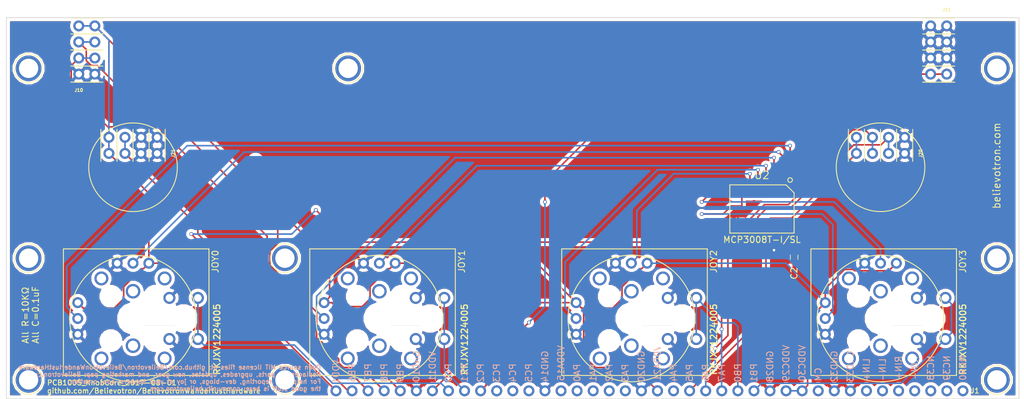
<source format=kicad_pcb>
(kicad_pcb (version 4) (host pcbnew 4.0.4-stable)
  (layers (0 F.Cu signal) (31 B.Cu signal) (34 B.Paste user) (35 F.Paste user) (36 B.SilkS user hide) (37 F.SilkS user) (38 B.Mask user) (39 F.Mask user) (44 Edge.Cuts user))
  (net 0 "")
  (net 1 GND)
  (net 2 +3V3)
  (net 3 /VOLUME)
  (net 4 /I2C_SCL)
  (net 5 /I2C_SDA)
  (net 6 /SPI_CLK)
  (net 7 /SPI_MISO)
  (net 8 /SPI_MOSI)
  (net 9 "Net-(J1-Pad31)")
  (net 10 "Net-(J1-Pad34)")
  (net 11 "Net-(J1-Pad35)")
  (net 12 "Net-(J1-Pad36)")
  (net 13 "Net-(J1-Pad37)")
  (net 14 "Net-(J1-Pad38)")
  (net 15 "Net-(J1-Pad39)")
  (net 16 "Net-(J1-Pad40)")
  (net 17 /CS_8_15)
  (net 18 /CS_0_7)
  (net 19 "Net-(J1-Pad13)")
  (net 20 "Net-(J1-Pad18)")
  (net 21 "Net-(J1-Pad19)")
  (net 22 "Net-(J1-Pad22)")
  (net 23 /!OLED_RESET)
  (net 24 /JOY_0_SW)
  (net 25 /JOY_1_SW)
  (net 26 /JOY_2_SW)
  (net 27 /JOY_3_SW)
  (net 28 /JOY_0_0)
  (net 29 /JOY_0_1)
  (net 30 /JOY_1_0)
  (net 31 /JOY_1_1)
  (net 32 /JOY_2_0)
  (net 33 /JOY_2_1)
  (net 34 /JOY_3_0)
  (net 35 /JOY_3_1)
  (net 36 "Net-(J1-Pad16)")
  (net 37 "Net-(J1-Pad11)")
  (net 38 "Net-(J1-Pad12)")
  (net 39 "Net-(J1-Pad15)")
  (module Connect:1pin (layer F.Cu) (at 3.5 -52.22)
    (fp_text reference REF** hide)
    (fp_text value 1pin)
    (pad 1 thru_hole circle (at 0 0) (size 4.064 4.064) (drill 3.048) (layers *.Cu *.Mask))
  )
  (module Connect:1pin (layer F.Cu) (at 156.5 -3)
    (fp_text reference REF** hide)
    (fp_text value 1pin)
    (pad 1 thru_hole circle (at 0 0) (size 4.064 4.064) (drill 3.048) (layers *.Cu *.Mask))
  )
  (module Connect:1pin (layer F.Cu) (at 44 -3)
    (fp_text reference REF** hide)
    (fp_text value 1pin)
    (pad 1 thru_hole circle (at 0 0) (size 4.064 4.064) (drill 3.048) (layers *.Cu *.Mask))
  )
  (module Connect:1pin (layer F.Cu) (at 3.5 -3)
    (fp_text reference REF** hide)
    (fp_text value 1pin)
    (pad 1 thru_hole circle (at 0 0) (size 4.064 4.064) (drill 3.048) (layers *.Cu *.Mask))
  )
  (module Liberry:Axoloti-40x1_slim (layer F.Cu) (at 52.07 -1.27)
    (fp_text reference J1 (at 100.965 0) (layer F.SilkS) (effects (font (size 0.8 0.8))))
    (fp_text value Axoloti_40Pin)
    (fp_text user NC40 (at 99.06 -3.604 270) (layer B.SilkS) (effects (justify mirror)))
    (fp_text user NC39 (at 96.52 -3.604 270) (layer B.SilkS) (effects (justify mirror)))
    (fp_text user NC38 (at 93.98 -3.604 270) (layer B.SilkS) (effects (justify mirror)))
    (fp_text user RIN- (at 91.44 -3.604 270) (layer B.SilkS) (effects (justify mirror)))
    (fp_text user RIN+ (at 88.9 -3.604 270) (layer B.SilkS) (effects (justify mirror)))
    (fp_text user LIN- (at 86.36 -3.35 270) (layer B.SilkS) (effects (justify mirror)))
    (fp_text user LIN+ (at 83.82 -3.35 270) (layer B.SilkS) (effects (justify mirror)))
    (fp_text user GND33 (at 81.28 -3.858 270) (layer B.SilkS) (effects (justify mirror)))
    (fp_text user GND32 (at 78.74 -3.858 270) (layer B.SilkS) (effects (justify mirror)))
    (fp_text user CM (at 76.2 -2.588 270) (layer B.SilkS) (effects (justify mirror)))
    (fp_text user VDDC30 (at 73.66 -4.366 270) (layer B.SilkS) (effects (justify mirror)))
    (fp_text user VDDC29 (at 71.12 -4.366 270) (layer B.SilkS) (effects (justify mirror)))
    (fp_text user GND28 (at 68.58 -3.858 270) (layer B.SilkS) (effects (justify mirror)))
    (fp_text user PB1 (at 66.04 -2.842 270) (layer B.SilkS) (effects (justify mirror)))
    (fp_text user PB0 (at 63.5 -2.842 270) (layer B.SilkS) (effects (justify mirror)))
    (fp_text user PA7 (at 60.96 -2.842 270) (layer B.SilkS) (effects (justify mirror)))
    (fp_text user PA6 (at 58.42 -2.842 270) (layer B.SilkS) (effects (justify mirror)))
    (fp_text user PA5 (at 55.88 -2.842 270) (layer B.SilkS) (effects (justify mirror)))
    (fp_text user PA4 (at 53.34 -2.842 270) (layer B.SilkS) (effects (justify mirror)))
    (fp_text user VDDA21 (at 50.8 -4.366 270) (layer B.SilkS) (effects (justify mirror)))
    (fp_text user GND20 (at 48.26 -3.858 270) (layer B.SilkS) (effects (justify mirror)))
    (fp_text user PA3 (at 45.72 -2.842 270) (layer B.SilkS) (effects (justify mirror)))
    (fp_text user PA2 (at 43.18 -2.842 270) (layer B.SilkS) (effects (justify mirror)))
    (fp_text user PA1 (at 40.64 -2.842 270) (layer B.SilkS) (effects (justify mirror)))
    (fp_text user PA0 (at 38.1 -2.842 270) (layer B.SilkS) (effects (justify mirror)))
    (fp_text user VDDA15 (at 35.56 -4.366 270) (layer B.SilkS) (effects (justify mirror)))
    (fp_text user GND14 (at 33.02 -3.858 270) (layer B.SilkS) (effects (justify mirror)))
    (fp_text user PC5 (at 30.48 -2.842 270) (layer B.SilkS) (effects (justify mirror)))
    (fp_text user PC4 (at 27.94 -2.842 270) (layer B.SilkS) (effects (justify mirror)))
    (fp_text user PC3 (at 25.4 -2.842 270) (layer B.SilkS) (effects (justify mirror)))
    (fp_text user PC2 (at 22.86 -2.842 270) (layer B.SilkS) (effects (justify mirror)))
    (fp_text user PC1 (at 20.32 -2.842 270) (layer B.SilkS) (effects (justify mirror)))
    (fp_text user PC0 (at 17.78 -2.842 270) (layer B.SilkS) (effects (justify mirror)))
    (fp_text user VDD11 (at 15.24 -3.858 270) (layer B.SilkS) (effects (justify mirror)))
    (fp_text user GND10 (at 12.7 -3.858 270) (layer B.SilkS) (effects (justify mirror)))
    (fp_text user PB9 (at 10.16 -2.842 270) (layer B.SilkS) (effects (justify mirror)))
    (fp_text user PB8 (at 7.62 -2.842 270) (layer B.SilkS) (effects (justify mirror)))
    (fp_text user PB7 (at 5.08 -2.842 270) (layer B.SilkS) (effects (justify mirror)))
    (fp_text user PB6 (at 2.54 -2.842 270) (layer B.SilkS) (effects (justify mirror)))
    (fp_text user VDD1 (at 0 -3 270) (layer B.SilkS) (effects (justify mirror)))
    (pad 11 thru_hole circle (at 25.4 0) (size 1.7272 1.7272) (drill 1.016) (layers *.Cu *.Mask) (net 37 "Net-(J1-Pad11)"))
    (pad 21 thru_hole circle (at 50.8 0) (size 1.7272 1.7272) (drill 1.016) (layers *.Cu *.Mask) (net 2 +3V3))
    (pad 4 thru_hole circle (at 7.62 0) (size 1.7272 1.7272) (drill 1.016) (layers *.Cu *.Mask) (net 4 /I2C_SCL))
    (pad 1 thru_hole circle (at 0 0) (size 1.7272 1.7272) (drill 1.016) (layers *.Cu *.Mask) (net 2 +3V3))
    (pad 2 thru_hole circle (at 2.54 0) (size 1.7272 1.7272) (drill 1.016) (layers *.Cu *.Mask) (net 17 /CS_8_15))
    (pad 3 thru_hole circle (at 5.08 0) (size 1.7272 1.7272) (drill 1.016) (layers *.Cu *.Mask) (net 18 /CS_0_7))
    (pad 5 thru_hole circle (at 10.16 0) (size 1.7272 1.7272) (drill 1.016) (layers *.Cu *.Mask) (net 5 /I2C_SDA))
    (pad 9 thru_hole circle (at 20.32 0) (size 1.7272 1.7272) (drill 1.016) (layers *.Cu *.Mask) (net 25 /JOY_1_SW))
    (pad 6 thru_hole circle (at 12.7 0) (size 1.7272 1.7272) (drill 1.016) (layers *.Cu *.Mask) (net 1 GND))
    (pad 7 thru_hole circle (at 15.24 0) (size 1.7272 1.7272) (drill 1.016) (layers *.Cu *.Mask) (net 2 +3V3))
    (pad 8 thru_hole circle (at 17.78 0) (size 1.7272 1.7272) (drill 1.016) (layers *.Cu *.Mask) (net 24 /JOY_0_SW))
    (pad 10 thru_hole circle (at 22.86 0) (size 1.7272 1.7272) (drill 1.016) (layers *.Cu *.Mask) (net 23 /!OLED_RESET))
    (pad 14 thru_hole circle (at 33.02 0) (size 1.7272 1.7272) (drill 1.016) (layers *.Cu *.Mask) (net 1 GND))
    (pad 11 thru_hole circle (at 25.4 0) (size 1.7272 1.7272) (drill 1.016) (layers *.Cu *.Mask) (net 37 "Net-(J1-Pad11)"))
    (pad 12 thru_hole circle (at 27.94 0) (size 1.7272 1.7272) (drill 1.016) (layers *.Cu *.Mask) (net 38 "Net-(J1-Pad12)"))
    (pad 13 thru_hole circle (at 30.48 0) (size 1.7272 1.7272) (drill 1.016) (layers *.Cu *.Mask) (net 19 "Net-(J1-Pad13)"))
    (pad 15 thru_hole circle (at 35.56 0) (size 1.7272 1.7272) (drill 1.016) (layers *.Cu *.Mask) (net 39 "Net-(J1-Pad15)"))
    (pad 19 thru_hole circle (at 45.72 0) (size 1.7272 1.7272) (drill 1.016) (layers *.Cu *.Mask) (net 21 "Net-(J1-Pad19)"))
    (pad 16 thru_hole circle (at 38.1 0) (size 1.7272 1.7272) (drill 1.016) (layers *.Cu *.Mask) (net 36 "Net-(J1-Pad16)"))
    (pad 17 thru_hole circle (at 40.64 0) (size 1.7272 1.7272) (drill 1.016) (layers *.Cu *.Mask) (net 3 /VOLUME))
    (pad 18 thru_hole circle (at 43.18 0) (size 1.7272 1.7272) (drill 1.016) (layers *.Cu *.Mask) (net 20 "Net-(J1-Pad18)"))
    (pad 20 thru_hole circle (at 48.26 0) (size 1.7272 1.7272) (drill 1.016) (layers *.Cu *.Mask) (net 1 GND))
    (pad 24 thru_hole circle (at 58.42 0) (size 1.7272 1.7272) (drill 1.016) (layers *.Cu *.Mask) (net 7 /SPI_MISO))
    (pad 21 thru_hole circle (at 50.8 0) (size 1.7272 1.7272) (drill 1.016) (layers *.Cu *.Mask) (net 2 +3V3))
    (pad 22 thru_hole circle (at 53.34 0) (size 1.7272 1.7272) (drill 1.016) (layers *.Cu *.Mask) (net 22 "Net-(J1-Pad22)"))
    (pad 23 thru_hole circle (at 55.88 0) (size 1.7272 1.7272) (drill 1.016) (layers *.Cu *.Mask) (net 6 /SPI_CLK))
    (pad 25 thru_hole circle (at 60.96 0) (size 1.7272 1.7272) (drill 1.016) (layers *.Cu *.Mask) (net 8 /SPI_MOSI))
    (pad 29 thru_hole circle (at 71.12 0) (size 1.7272 1.7272) (drill 1.016) (layers *.Cu *.Mask) (net 2 +3V3))
    (pad 26 thru_hole circle (at 63.5 0) (size 1.7272 1.7272) (drill 1.016) (layers *.Cu *.Mask) (net 26 /JOY_2_SW))
    (pad 27 thru_hole circle (at 66.04 0) (size 1.7272 1.7272) (drill 1.016) (layers *.Cu *.Mask) (net 27 /JOY_3_SW))
    (pad 28 thru_hole circle (at 68.58 0) (size 1.7272 1.7272) (drill 1.016) (layers *.Cu *.Mask) (net 1 GND))
    (pad 30 thru_hole circle (at 73.66 0) (size 1.7272 1.7272) (drill 1.016) (layers *.Cu *.Mask) (net 2 +3V3))
    (pad 34 thru_hole circle (at 83.82 0) (size 1.7272 1.7272) (drill 1.016) (layers *.Cu *.Mask) (net 10 "Net-(J1-Pad34)"))
    (pad 31 thru_hole circle (at 76.2 0) (size 1.7272 1.7272) (drill 1.016) (layers *.Cu *.Mask) (net 9 "Net-(J1-Pad31)"))
    (pad 32 thru_hole circle (at 78.74 0) (size 1.7272 1.7272) (drill 1.016) (layers *.Cu *.Mask) (net 1 GND))
    (pad 33 thru_hole circle (at 81.28 0) (size 1.7272 1.7272) (drill 1.016) (layers *.Cu *.Mask) (net 1 GND))
    (pad 35 thru_hole circle (at 86.36 0) (size 1.7272 1.7272) (drill 1.016) (layers *.Cu *.Mask) (net 11 "Net-(J1-Pad35)"))
    (pad 39 thru_hole circle (at 96.52 0) (size 1.7272 1.7272) (drill 1.016) (layers *.Cu *.Mask) (net 15 "Net-(J1-Pad39)"))
    (pad 36 thru_hole circle (at 88.9 0) (size 1.7272 1.7272) (drill 1.016) (layers *.Cu *.Mask) (net 12 "Net-(J1-Pad36)"))
    (pad 37 thru_hole circle (at 91.44 0) (size 1.7272 1.7272) (drill 1.016) (layers *.Cu *.Mask) (net 13 "Net-(J1-Pad37)"))
    (pad 38 thru_hole circle (at 93.98 0) (size 1.7272 1.7272) (drill 1.016) (layers *.Cu *.Mask) (net 14 "Net-(J1-Pad38)"))
    (pad 40 thru_hole circle (at 99.06 0) (size 1.7272 1.7272) (drill 1.016) (layers *.Cu *.Mask) (net 16 "Net-(J1-Pad40)"))
  )
  (module Capacitors_SMD:C_0603 (layer F.Cu) (at 124.46 -22.38 270)
    (fp_text reference C2 (at 2.54 0 270) (layer F.SilkS))
    (fp_text value 0.1u)
    (pad 1 smd rect (at -0.75 0 270) (size 0.8 0.75) (layers F.Cu F.Paste F.Mask) (net 2 +3V3))
    (pad 2 smd rect (at 0.75 0 270) (size 0.8 0.75) (layers F.Cu F.Paste F.Mask) (net 1 GND))
  )
  (module Liberry:SOIC-16 (layer F.Cu) (at 119.38 -30 180)
    (fp_text reference U2 (at 0 5.334 360) (layer F.SilkS) (effects (font (size 1.2 1.2))))
    (fp_text value MCP3008T-I/SL)
    (pad 16 smd rect (at -4.445 -2.6 180) (size 0.6 1.5) (layers F.Cu F.Paste F.Mask) (net 2 +3V3))
    (pad 1 smd rect (at -4.445 2.6 180) (size 0.6 1.5) (layers F.Cu F.Paste F.Mask) (net 28 /JOY_0_0))
    (pad 15 smd rect (at -3.175 -2.6 180) (size 0.6 1.5) (layers F.Cu F.Paste F.Mask) (net 2 +3V3))
    (pad 2 smd rect (at -3.175 2.6 180) (size 0.6 1.5) (layers F.Cu F.Paste F.Mask) (net 29 /JOY_0_1))
    (pad 14 smd rect (at -1.905 -2.6 180) (size 0.6 1.5) (layers F.Cu F.Paste F.Mask) (net 1 GND))
    (pad 3 smd rect (at -1.905 2.6 180) (size 0.6 1.5) (layers F.Cu F.Paste F.Mask) (net 30 /JOY_1_0))
    (pad 13 smd rect (at -0.635 -2.6 180) (size 0.6 1.5) (layers F.Cu F.Paste F.Mask) (net 6 /SPI_CLK))
    (pad 4 smd rect (at -0.635 2.6 180) (size 0.6 1.5) (layers F.Cu F.Paste F.Mask) (net 31 /JOY_1_1))
    (pad 12 smd rect (at 0.635 -2.6 180) (size 0.6 1.5) (layers F.Cu F.Paste F.Mask) (net 7 /SPI_MISO))
    (pad 5 smd rect (at 0.635 2.6 180) (size 0.6 1.5) (layers F.Cu F.Paste F.Mask) (net 32 /JOY_2_0))
    (pad 11 smd rect (at 1.905 -2.6 180) (size 0.6 1.5) (layers F.Cu F.Paste F.Mask) (net 8 /SPI_MOSI))
    (pad 6 smd rect (at 1.905 2.6 180) (size 0.6 1.5) (layers F.Cu F.Paste F.Mask) (net 33 /JOY_2_1))
    (pad 10 smd rect (at 3.175 -2.6 180) (size 0.6 1.5) (layers F.Cu F.Paste F.Mask) (net 17 /CS_8_15))
    (pad 7 smd rect (at 3.175 2.6 180) (size 0.6 1.5) (layers F.Cu F.Paste F.Mask) (net 34 /JOY_3_0))
    (pad 9 smd rect (at 4.445 -2.6 180) (size 0.6 1.5) (layers F.Cu F.Paste F.Mask) (net 1 GND))
    (pad 8 smd rect (at 4.445 2.6 180) (size 0.6 1.5) (layers F.Cu F.Paste F.Mask) (net 35 /JOY_3_1))
  )
  (module Connect:1pin (layer F.Cu) (at 3.5 -22.22)
    (fp_text reference REF** hide)
    (fp_text value 1pin)
    (pad 1 thru_hole circle (at 0 0) (size 4.064 4.064) (drill 3.048) (layers *.Cu *.Mask))
  )
  (module Fiducials:Fiducial_1mm_Dia_2.54mm_Outer_CopperTop (layer F.Cu) (at 39.37 -37.62)
    (fp_text reference REF** hide)
    (fp_text value Fiducial_1mm_Dia_2.54mm_Outer_CopperTop)
    (pad ~ smd circle (at 0 0) (size 1 1) (layers F.Cu F.Mask) (clearance 0.77))
  )
  (module Fiducials:Fiducial_1mm_Dia_2.54mm_Outer_CopperBottom (layer B.Cu) (at 157.48 -17.3)
    (fp_text reference REF** hide)
    (fp_text value Fiducial_1mm_Dia_2.54mm_Outer_CopperBottom)
    (pad ~ smd circle (at 0 0) (size 1 1) (layers F.Cu F.Mask) (clearance 0.77))
  )
  (module Connect:1pin (layer F.Cu) (at 156.5 -22.22)
    (fp_text reference REF** hide)
    (fp_text value 1pin)
    (pad 1 thru_hole circle (at 0 0) (size 4.064 4.064) (drill 3.048) (layers *.Cu *.Mask))
  )
  (module Connect:1pin (layer F.Cu) (at 156.5 -52.22)
    (fp_text reference REF** hide)
    (fp_text value 1pin)
    (pad 1 thru_hole circle (at 0 0) (size 4.064 4.064) (drill 3.048) (layers *.Cu *.Mask))
  )
  (module Fiducials:Fiducial_1mm_Dia_2.54mm_Outer_CopperBottom (layer B.Cu) (at 157.48 -57.94)
    (fp_text reference REF** hide)
    (fp_text value Fiducial_1mm_Dia_2.54mm_Outer_CopperBottom)
    (pad ~ smd circle (at 0 0) (size 1 1) (layers F.Cu F.Mask) (clearance 0.77))
  )
  (module Connect:1pin (layer F.Cu) (at 54 -52.22)
    (fp_text reference REF** hide)
    (fp_text value 1pin)
    (pad 1 thru_hole circle (at 0 0) (size 4.064 4.064) (drill 3.048) (layers *.Cu *.Mask))
  )
  (module Connect:1pin (layer F.Cu) (at 44 -22.22)
    (fp_text reference REF** hide)
    (fp_text value 1pin)
    (pad 1 thru_hole circle (at 0 0) (size 4.064 4.064) (drill 3.048) (layers *.Cu *.Mask))
  )
  (module Liberry:JOY_ALPS_RKJXV1224005 (layer F.Cu) (at 98.7425 -12.7 90)
    (fp_text reference JOY2 (at 9 13 90) (layer F.SilkS))
    (fp_text value XYJOY_Alps)
    (pad "" np_thru_hole circle (at 0 0 90) (size 4 4) (drill 4) (layers *.Cu *.Mask))
    (pad "" np_thru_hole circle (at 3.5 -3.5 90) (size 2.6 2.6) (drill 2.6) (layers *.Cu *.Mask))
    (pad "" np_thru_hole circle (at -3.5 -3.5 90) (size 2.6 2.6) (drill 2.6) (layers *.Cu *.Mask))
    (pad "" np_thru_hole circle (at -3.5 3.5 90) (size 2.6 2.6) (drill 2.6) (layers *.Cu *.Mask))
    (pad "" np_thru_hole circle (at 3.5 3.5 90) (size 2.6 2.6) (drill 2.6) (layers *.Cu *.Mask))
    (pad "" np_thru_hole circle (at 0 8 90) (size 3.5 3.5) (drill 3.5) (layers *.Cu *.Mask))
    (pad "" np_thru_hole rect (at 0 4 90) (size 2.2 8) (drill oval 2.2 8) (layers *.Cu *.Mask))
    (pad "" thru_hole circle (at -6.325 -5 90) (size 2.2 2.2) (drill 1.5) (layers *.Cu *.Mask))
    (pad "" thru_hole circle (at 6.325 -5 90) (size 2.2 2.2) (drill 1.5) (layers *.Cu *.Mask))
    (pad "" thru_hole circle (at -6.325 5 90) (size 2.2 2.2) (drill 1.5) (layers *.Cu *.Mask))
    (pad "" thru_hole circle (at 6.325 5 90) (size 2.2 2.2) (drill 1.5) (layers *.Cu *.Mask))
    (pad J0-2 thru_hole circle (at 0 -8.73 90) (size 1.7272 1.7272) (drill 1.016) (layers *.Cu *.Mask) (net 32 /JOY_2_0))
    (pad J0-1 thru_hole circle (at 2.5 -8.73 90) (size 1.7272 1.7272) (drill 1.016) (layers *.Cu *.Mask) (net 2 +3V3))
    (pad J0-3 thru_hole circle (at -2.5 -8.73 90) (size 1.7272 1.7272) (drill 1.016) (layers *.Cu *.Mask) (net 1 GND))
    (pad SW0 thru_hole circle (at -3.25 5.75 90) (size 1.9 1.9) (drill 1.2) (layers *.Cu *.Mask) (net 1 GND))
    (pad SW1 thru_hole circle (at -3.25 10.25 90) (size 1.9 1.9) (drill 1.2) (layers *.Cu *.Mask) (net 26 /JOY_2_SW))
    (pad SW0 thru_hole circle (at 3.25 5.75 90) (size 1.9 1.9) (drill 1.2) (layers *.Cu *.Mask) (net 1 GND))
    (pad SW1 thru_hole circle (at 3.25 10.25 90) (size 1.9 1.9) (drill 1.2) (layers *.Cu *.Mask) (net 26 /JOY_2_SW))
    (pad "" thru_hole circle (at -4.3 0 90) (size 2.3 2.3) (drill 1.6) (layers *.Cu *.Mask))
    (pad "" thru_hole circle (at 4.3 0 90) (size 2.3 2.3) (drill 1.6) (layers *.Cu *.Mask))
    (pad J1-2 thru_hole circle (at 8.73 0 90) (size 1.7272 1.7272) (drill 1.016) (layers *.Cu *.Mask) (net 33 /JOY_2_1))
    (pad J1-1 thru_hole circle (at 8.73 2.5 90) (size 1.7272 1.7272) (drill 1.016) (layers *.Cu *.Mask) (net 2 +3V3))
    (pad J1-3 thru_hole circle (at 8.73 -2.5 90) (size 1.7272 1.7272) (drill 1.016) (layers *.Cu *.Mask) (net 1 GND))
  )
  (module Liberry:JOY_ALPS_RKJXV1224005 (layer F.Cu) (at 138.1125 -12.7 90)
    (fp_text reference JOY3 (at 9 13 90) (layer F.SilkS))
    (fp_text value XYJOY_Alps)
    (pad "" np_thru_hole circle (at 0 0 90) (size 4 4) (drill 4) (layers *.Cu *.Mask))
    (pad "" np_thru_hole circle (at 3.5 -3.5 90) (size 2.6 2.6) (drill 2.6) (layers *.Cu *.Mask))
    (pad "" np_thru_hole circle (at -3.5 -3.5 90) (size 2.6 2.6) (drill 2.6) (layers *.Cu *.Mask))
    (pad "" np_thru_hole circle (at -3.5 3.5 90) (size 2.6 2.6) (drill 2.6) (layers *.Cu *.Mask))
    (pad "" np_thru_hole circle (at 3.5 3.5 90) (size 2.6 2.6) (drill 2.6) (layers *.Cu *.Mask))
    (pad "" np_thru_hole circle (at 0 8 90) (size 3.5 3.5) (drill 3.5) (layers *.Cu *.Mask))
    (pad "" np_thru_hole rect (at 0 4 90) (size 2.2 8) (drill oval 2.2 8) (layers *.Cu *.Mask))
    (pad "" thru_hole circle (at -6.325 -5 90) (size 2.2 2.2) (drill 1.5) (layers *.Cu *.Mask))
    (pad "" thru_hole circle (at 6.325 -5 90) (size 2.2 2.2) (drill 1.5) (layers *.Cu *.Mask))
    (pad "" thru_hole circle (at -6.325 5 90) (size 2.2 2.2) (drill 1.5) (layers *.Cu *.Mask))
    (pad "" thru_hole circle (at 6.325 5 90) (size 2.2 2.2) (drill 1.5) (layers *.Cu *.Mask))
    (pad J0-2 thru_hole circle (at 0 -8.73 90) (size 1.7272 1.7272) (drill 1.016) (layers *.Cu *.Mask) (net 34 /JOY_3_0))
    (pad J0-1 thru_hole circle (at 2.5 -8.73 90) (size 1.7272 1.7272) (drill 1.016) (layers *.Cu *.Mask) (net 2 +3V3))
    (pad J0-3 thru_hole circle (at -2.5 -8.73 90) (size 1.7272 1.7272) (drill 1.016) (layers *.Cu *.Mask) (net 1 GND))
    (pad SW0 thru_hole circle (at -3.25 5.75 90) (size 1.9 1.9) (drill 1.2) (layers *.Cu *.Mask) (net 1 GND))
    (pad SW1 thru_hole circle (at -3.25 10.25 90) (size 1.9 1.9) (drill 1.2) (layers *.Cu *.Mask) (net 27 /JOY_3_SW))
    (pad SW0 thru_hole circle (at 3.25 5.75 90) (size 1.9 1.9) (drill 1.2) (layers *.Cu *.Mask) (net 1 GND))
    (pad SW1 thru_hole circle (at 3.25 10.25 90) (size 1.9 1.9) (drill 1.2) (layers *.Cu *.Mask) (net 27 /JOY_3_SW))
    (pad "" thru_hole circle (at -4.3 0 90) (size 2.3 2.3) (drill 1.6) (layers *.Cu *.Mask))
    (pad "" thru_hole circle (at 4.3 0 90) (size 2.3 2.3) (drill 1.6) (layers *.Cu *.Mask))
    (pad J1-2 thru_hole circle (at 8.73 0 90) (size 1.7272 1.7272) (drill 1.016) (layers *.Cu *.Mask) (net 35 /JOY_3_1))
    (pad J1-1 thru_hole circle (at 8.73 2.5 90) (size 1.7272 1.7272) (drill 1.016) (layers *.Cu *.Mask) (net 2 +3V3))
    (pad J1-3 thru_hole circle (at 8.73 -2.5 90) (size 1.7272 1.7272) (drill 1.016) (layers *.Cu *.Mask) (net 1 GND))
  )
  (module Liberry:JOY_ALPS_RKJXV1224005 (layer F.Cu) (at 20.0025 -12.7 90)
    (fp_text reference JOY0 (at 9 13 90) (layer F.SilkS))
    (fp_text value XYJOY_Alps)
    (pad "" np_thru_hole circle (at 0 0 90) (size 4 4) (drill 4) (layers *.Cu *.Mask))
    (pad "" np_thru_hole circle (at 3.5 -3.5 90) (size 2.6 2.6) (drill 2.6) (layers *.Cu *.Mask))
    (pad "" np_thru_hole circle (at -3.5 -3.5 90) (size 2.6 2.6) (drill 2.6) (layers *.Cu *.Mask))
    (pad "" np_thru_hole circle (at -3.5 3.5 90) (size 2.6 2.6) (drill 2.6) (layers *.Cu *.Mask))
    (pad "" np_thru_hole circle (at 3.5 3.5 90) (size 2.6 2.6) (drill 2.6) (layers *.Cu *.Mask))
    (pad "" np_thru_hole circle (at 0 8 90) (size 3.5 3.5) (drill 3.5) (layers *.Cu *.Mask))
    (pad "" np_thru_hole rect (at 0 4 90) (size 2.2 8) (drill oval 2.2 8) (layers *.Cu *.Mask))
    (pad "" thru_hole circle (at -6.325 -5 90) (size 2.2 2.2) (drill 1.5) (layers *.Cu *.Mask))
    (pad "" thru_hole circle (at 6.325 -5 90) (size 2.2 2.2) (drill 1.5) (layers *.Cu *.Mask))
    (pad "" thru_hole circle (at -6.325 5 90) (size 2.2 2.2) (drill 1.5) (layers *.Cu *.Mask))
    (pad "" thru_hole circle (at 6.325 5 90) (size 2.2 2.2) (drill 1.5) (layers *.Cu *.Mask))
    (pad J0-2 thru_hole circle (at 0 -8.73 90) (size 1.7272 1.7272) (drill 1.016) (layers *.Cu *.Mask) (net 28 /JOY_0_0))
    (pad J0-1 thru_hole circle (at 2.5 -8.73 90) (size 1.7272 1.7272) (drill 1.016) (layers *.Cu *.Mask) (net 2 +3V3))
    (pad J0-3 thru_hole circle (at -2.5 -8.73 90) (size 1.7272 1.7272) (drill 1.016) (layers *.Cu *.Mask) (net 1 GND))
    (pad SW0 thru_hole circle (at -3.25 5.75 90) (size 1.9 1.9) (drill 1.2) (layers *.Cu *.Mask) (net 1 GND))
    (pad SW1 thru_hole circle (at -3.25 10.25 90) (size 1.9 1.9) (drill 1.2) (layers *.Cu *.Mask) (net 24 /JOY_0_SW))
    (pad SW0 thru_hole circle (at 3.25 5.75 90) (size 1.9 1.9) (drill 1.2) (layers *.Cu *.Mask) (net 1 GND))
    (pad SW1 thru_hole circle (at 3.25 10.25 90) (size 1.9 1.9) (drill 1.2) (layers *.Cu *.Mask) (net 24 /JOY_0_SW))
    (pad "" thru_hole circle (at -4.3 0 90) (size 2.3 2.3) (drill 1.6) (layers *.Cu *.Mask))
    (pad "" thru_hole circle (at 4.3 0 90) (size 2.3 2.3) (drill 1.6) (layers *.Cu *.Mask))
    (pad J1-2 thru_hole circle (at 8.73 0 90) (size 1.7272 1.7272) (drill 1.016) (layers *.Cu *.Mask) (net 29 /JOY_0_1))
    (pad J1-1 thru_hole circle (at 8.73 2.5 90) (size 1.7272 1.7272) (drill 1.016) (layers *.Cu *.Mask) (net 2 +3V3))
    (pad J1-3 thru_hole circle (at 8.73 -2.5 90) (size 1.7272 1.7272) (drill 1.016) (layers *.Cu *.Mask) (net 1 GND))
  )
  (module Liberry:JOY_ALPS_RKJXV1224005 (layer F.Cu) (at 58.928 -12.7 90)
    (fp_text reference JOY1 (at 9 13 90) (layer F.SilkS))
    (fp_text value XYJOY_Alps)
    (pad "" np_thru_hole circle (at 0 0 90) (size 4 4) (drill 4) (layers *.Cu *.Mask))
    (pad "" np_thru_hole circle (at 3.5 -3.5 90) (size 2.6 2.6) (drill 2.6) (layers *.Cu *.Mask))
    (pad "" np_thru_hole circle (at -3.5 -3.5 90) (size 2.6 2.6) (drill 2.6) (layers *.Cu *.Mask))
    (pad "" np_thru_hole circle (at -3.5 3.5 90) (size 2.6 2.6) (drill 2.6) (layers *.Cu *.Mask))
    (pad "" np_thru_hole circle (at 3.5 3.5 90) (size 2.6 2.6) (drill 2.6) (layers *.Cu *.Mask))
    (pad "" np_thru_hole circle (at 0 8 90) (size 3.5 3.5) (drill 3.5) (layers *.Cu *.Mask))
    (pad "" np_thru_hole rect (at 0 4 90) (size 2.2 8) (drill oval 2.2 8) (layers *.Cu *.Mask))
    (pad "" thru_hole circle (at -6.325 -5 90) (size 2.2 2.2) (drill 1.5) (layers *.Cu *.Mask))
    (pad "" thru_hole circle (at 6.325 -5 90) (size 2.2 2.2) (drill 1.5) (layers *.Cu *.Mask))
    (pad "" thru_hole circle (at -6.325 5 90) (size 2.2 2.2) (drill 1.5) (layers *.Cu *.Mask))
    (pad "" thru_hole circle (at 6.325 5 90) (size 2.2 2.2) (drill 1.5) (layers *.Cu *.Mask))
    (pad J0-2 thru_hole circle (at 0 -8.73 90) (size 1.7272 1.7272) (drill 1.016) (layers *.Cu *.Mask) (net 30 /JOY_1_0))
    (pad J0-1 thru_hole circle (at 2.5 -8.73 90) (size 1.7272 1.7272) (drill 1.016) (layers *.Cu *.Mask) (net 2 +3V3))
    (pad J0-3 thru_hole circle (at -2.5 -8.73 90) (size 1.7272 1.7272) (drill 1.016) (layers *.Cu *.Mask) (net 1 GND))
    (pad SW0 thru_hole circle (at -3.25 5.75 90) (size 1.9 1.9) (drill 1.2) (layers *.Cu *.Mask) (net 1 GND))
    (pad SW1 thru_hole circle (at -3.25 10.25 90) (size 1.9 1.9) (drill 1.2) (layers *.Cu *.Mask) (net 25 /JOY_1_SW))
    (pad SW0 thru_hole circle (at 3.25 5.75 90) (size 1.9 1.9) (drill 1.2) (layers *.Cu *.Mask) (net 1 GND))
    (pad SW1 thru_hole circle (at 3.25 10.25 90) (size 1.9 1.9) (drill 1.2) (layers *.Cu *.Mask) (net 25 /JOY_1_SW))
    (pad "" thru_hole circle (at -4.3 0 90) (size 2.3 2.3) (drill 1.6) (layers *.Cu *.Mask))
    (pad "" thru_hole circle (at 4.3 0 90) (size 2.3 2.3) (drill 1.6) (layers *.Cu *.Mask))
    (pad J1-2 thru_hole circle (at 8.73 0 90) (size 1.7272 1.7272) (drill 1.016) (layers *.Cu *.Mask) (net 31 /JOY_1_1))
    (pad J1-1 thru_hole circle (at 8.73 2.5 90) (size 1.7272 1.7272) (drill 1.016) (layers *.Cu *.Mask) (net 2 +3V3))
    (pad J1-3 thru_hole circle (at 8.73 -2.5 90) (size 1.7272 1.7272) (drill 1.016) (layers *.Cu *.Mask) (net 1 GND))
  )
  (module Liberry:CON_0.1_x4_Double_Joy_symbol (layer F.Cu) (at 16.1925 -38.782)
    (fp_text reference J21 (at 10.16 0 90) (layer F.SilkS) (effects (font (size 0.5 0.5) (thickness 0.125))))
    (fp_text value CON_1x4)
    (pad 1 thru_hole circle (at 0 -2.54 270) (size 1.7272 1.7272) (drill 1.016) (layers *.Cu *.Mask) (net 2 +3V3))
    (pad 1 thru_hole circle (at 0 0 270) (size 1.7272 1.7272) (drill 1.016) (layers *.Cu *.Mask) (net 2 +3V3))
    (pad 2 thru_hole circle (at 2.54 -2.54 270) (size 1.7272 1.7272) (drill 1.016) (layers *.Cu *.Mask) (net 18 /CS_0_7))
    (pad 2 thru_hole circle (at 2.54 0 270) (size 1.7272 1.7272) (drill 1.016) (layers *.Cu *.Mask) (net 18 /CS_0_7))
    (pad 3 thru_hole circle (at 5.08 0 270) (size 1.7272 1.7272) (drill 1.016) (layers *.Cu *.Mask) (net 1 GND))
    (pad 4 thru_hole circle (at 7.62 0 270) (size 1.7272 1.7272) (drill 1.016) (layers *.Cu *.Mask) (net 1 GND))
    (pad 3 thru_hole circle (at 5.08 -2.54 270) (size 1.7272 1.7272) (drill 1.016) (layers *.Cu *.Mask) (net 1 GND))
    (pad 4 thru_hole circle (at 7.62 -2.54 270) (size 1.7272 1.7272) (drill 1.016) (layers *.Cu *.Mask) (net 1 GND))
  )
  (module Liberry:CON_0.1_x4_Double_Joy_symbol (layer F.Cu) (at 134.3025 -38.782)
    (fp_text reference J20 (at 10.16 0 90) (layer F.SilkS) (effects (font (size 0.5 0.5) (thickness 0.125))))
    (fp_text value CON_1x4)
    (pad 1 thru_hole circle (at 0 -2.54 270) (size 1.7272 1.7272) (drill 1.016) (layers *.Cu *.Mask) (net 6 /SPI_CLK))
    (pad 1 thru_hole circle (at 0 0 270) (size 1.7272 1.7272) (drill 1.016) (layers *.Cu *.Mask) (net 6 /SPI_CLK))
    (pad 2 thru_hole circle (at 2.54 -2.54 270) (size 1.7272 1.7272) (drill 1.016) (layers *.Cu *.Mask) (net 8 /SPI_MOSI))
    (pad 2 thru_hole circle (at 2.54 0 270) (size 1.7272 1.7272) (drill 1.016) (layers *.Cu *.Mask) (net 8 /SPI_MOSI))
    (pad 3 thru_hole circle (at 5.08 0 270) (size 1.7272 1.7272) (drill 1.016) (layers *.Cu *.Mask) (net 7 /SPI_MISO))
    (pad 4 thru_hole circle (at 7.62 0 270) (size 1.7272 1.7272) (drill 1.016) (layers *.Cu *.Mask) (net 1 GND))
    (pad 3 thru_hole circle (at 5.08 -2.54 270) (size 1.7272 1.7272) (drill 1.016) (layers *.Cu *.Mask) (net 7 /SPI_MISO))
    (pad 4 thru_hole circle (at 7.62 -2.54 270) (size 1.7272 1.7272) (drill 1.016) (layers *.Cu *.Mask) (net 1 GND))
  )
  (module Liberry:CON_0.1_x4_Double (layer F.Cu) (at 11.43 -58.928 270)
    (fp_text reference J10 (at 10.16 0 360) (layer F.SilkS) (effects (font (size 0.5 0.5) (thickness 0.125))))
    (fp_text value CON_1x4)
    (pad 1 thru_hole circle (at 0 -2.54 180) (size 1.7272 1.7272) (drill 1.016) (layers *.Cu *.Mask) (net 2 +3V3))
    (pad 1 thru_hole circle (at 0 0 180) (size 1.7272 1.7272) (drill 1.016) (layers *.Cu *.Mask) (net 2 +3V3))
    (pad 2 thru_hole circle (at 2.54 -2.54 180) (size 1.7272 1.7272) (drill 1.016) (layers *.Cu *.Mask) (net 5 /I2C_SDA))
    (pad 2 thru_hole circle (at 2.54 0 180) (size 1.7272 1.7272) (drill 1.016) (layers *.Cu *.Mask) (net 5 /I2C_SDA))
    (pad 3 thru_hole circle (at 5.08 0 180) (size 1.7272 1.7272) (drill 1.016) (layers *.Cu *.Mask) (net 4 /I2C_SCL))
    (pad 4 thru_hole circle (at 7.62 0 180) (size 1.7272 1.7272) (drill 1.016) (layers *.Cu *.Mask) (net 1 GND))
    (pad 3 thru_hole circle (at 5.08 -2.54 180) (size 1.7272 1.7272) (drill 1.016) (layers *.Cu *.Mask) (net 4 /I2C_SCL))
    (pad 4 thru_hole circle (at 7.62 -2.54 180) (size 1.7272 1.7272) (drill 1.016) (layers *.Cu *.Mask) (net 1 GND))
  )
  (module Liberry:CON_0.1_x4_Double (layer F.Cu) (at 148.57 -51.308 90)
    (fp_text reference J11 (at 10.16 0 180) (layer F.SilkS) (effects (font (size 0.5 0.5) (thickness 0.125))))
    (fp_text value CON_1x4)
    (pad 1 thru_hole circle (at 0 -2.54) (size 1.7272 1.7272) (drill 1.016) (layers *.Cu *.Mask) (net 23 /!OLED_RESET))
    (pad 1 thru_hole circle (at 0 0) (size 1.7272 1.7272) (drill 1.016) (layers *.Cu *.Mask) (net 23 /!OLED_RESET))
    (pad 2 thru_hole circle (at 2.54 -2.54) (size 1.7272 1.7272) (drill 1.016) (layers *.Cu *.Mask) (net 1 GND))
    (pad 2 thru_hole circle (at 2.54 0) (size 1.7272 1.7272) (drill 1.016) (layers *.Cu *.Mask) (net 1 GND))
    (pad 3 thru_hole circle (at 5.08 0) (size 1.7272 1.7272) (drill 1.016) (layers *.Cu *.Mask) (net 1 GND))
    (pad 4 thru_hole circle (at 7.62 0) (size 1.7272 1.7272) (drill 1.016) (layers *.Cu *.Mask) (net 1 GND))
    (pad 3 thru_hole circle (at 5.08 -2.54) (size 1.7272 1.7272) (drill 1.016) (layers *.Cu *.Mask) (net 1 GND))
    (pad 4 thru_hole circle (at 7.62 -2.54) (size 1.7272 1.7272) (drill 1.016) (layers *.Cu *.Mask) (net 1 GND))
  )
  (gr_text RKJXV1224005 (at 151.13 -9.398 90) (layer F.SilkS) (effects (font (size 1 1) (thickness 0.1875))))
  (gr_text RKJXV1224005 (at 111.76 -9.398 90) (layer F.SilkS) (effects (font (size 1 1) (thickness 0.1875))))
  (gr_text RKJXV1224005 (at 72.39 -9.398 90) (layer F.SilkS) (effects (font (size 1 1) (thickness 0.1875))))
  (gr_text RKJXV1224005 (at 33.274 -9.398 90) (layer F.SilkS) (effects (font (size 1 1) (thickness 0.1875))))
  (gr_text "All R=10KΩ\nAll C=0.1uF" (at 3.81 -8.636 90) (layer F.SilkS) (effects (font (size 1 1)) (justify left)))
  (gr_text "Open source MIT license files at: github.com/Believotron/BelievotronWanderlustHardware\nReplacement parts, upgrades, updates, new gear, and marketing pap: Believotron.com\nFor help, bug reporting, dev-blogs, or joy at your bonkers-cool creation, \nthe good stuff is here: community.believotron.com\n" (at 49.784 -3.302) (layer B.SilkS) (effects (font (size 0.7 0.7)) (justify left mirror)))
  (gr_text MCP3008T-I/SL (at 119.38 -25.146) (layer F.SilkS) (effects (font (size 1 1))))
  (gr_text believotron.com (at 156.464 -36.83 90) (layer F.SilkS) (effects (font (size 1.15 1.15))))
  (gr_text "PCB1005_KnobCore_2017-08-01\ngithub.com/Believotron/BelievotronWanderlustHardware\n" (at 6.35 -1.905) (layer F.SilkS) (effects (font (size 0.8 0.8)) (justify left)))
  (gr_line (start 160 0) (end 160 -60.22) (layer Edge.Cuts) (width 0.1))
  (gr_line (start 0 -60.22) (end 160 -60.22) (layer Edge.Cuts) (width 0.1))
  (gr_line (start 0 0) (end 0 -60.22) (layer Edge.Cuts) (width 0.1))
  (gr_line (start 0 0) (end 160 0) (layer Edge.Cuts) (width 0.1))
  (via (at 121.285 -23.495) (size 0.6) (drill 0.4) (layers F.Cu B.Cu) (net 1))
  (segment (start 121.285 -27.4) (end 121.285 -23.495) (width 0.25) (layer F.Cu) (net 1))
  (segment (start 121.285 -27.4) (end 121.285 -24.18) (width 0.25) (layer F.Cu) (net 1))
  (segment (start 123.835 -21.63) (end 124.46 -21.63) (width 0.25) (layer F.Cu) (net 1))
  (segment (start 121.285 -24.18) (end 123.835 -21.63) (width 0.25) (layer F.Cu) (net 1))
  (segment (start 123.825 -27.4) (end 122.555 -27.4) (width 0.25) (layer F.Cu) (net 2))
  (segment (start 124.46 -23.13) (end 125.085 -23.13) (width 0.25) (layer F.Cu) (net 2))
  (segment (start 125.085 -23.13) (end 129.3825 -18.8325) (width 0.25) (layer F.Cu) (net 2))
  (segment (start 129.3825 -18.8325) (end 129.3825 -16.421314) (width 0.25) (layer F.Cu) (net 2))
  (segment (start 129.3825 -16.421314) (end 129.3825 -15.2) (width 0.25) (layer F.Cu) (net 2))
  (segment (start 123.825 -24.765) (end 124.46 -24.13) (width 0.25) (layer F.Cu) (net 2))
  (segment (start 124.46 -24.13) (end 124.46 -23.13) (width 0.25) (layer F.Cu) (net 2))
  (segment (start 123.825 -27.4) (end 123.825 -24.765) (width 0.25) (layer F.Cu) (net 2))
  (segment (start 125.73 -1.27) (end 123.19 -1.27) (width 0.25) (layer B.Cu) (net 2))
  (segment (start 101.2425 -21.43) (end 123.1525 -21.43) (width 0.25) (layer B.Cu) (net 2))
  (segment (start 123.1525 -21.43) (end 129.3825 -15.2) (width 0.25) (layer B.Cu) (net 2))
  (segment (start 67.31 -1.27) (end 81.24 -15.2) (width 0.25) (layer F.Cu) (net 2))
  (segment (start 81.24 -15.2) (end 90.0125 -15.2) (width 0.25) (layer F.Cu) (net 2))
  (segment (start 102.87 -1.27) (end 99.190001 -4.949999) (width 0.25) (layer F.Cu) (net 2))
  (segment (start 91.201101 -6.807397) (end 91.201101 -14.011399) (width 0.25) (layer F.Cu) (net 2))
  (segment (start 99.190001 -4.949999) (end 93.058499 -4.949999) (width 0.25) (layer F.Cu) (net 2))
  (segment (start 93.058499 -4.949999) (end 91.201101 -6.807397) (width 0.25) (layer F.Cu) (net 2))
  (segment (start 91.201101 -14.011399) (end 90.876099 -14.336401) (width 0.25) (layer F.Cu) (net 2))
  (segment (start 90.876099 -14.336401) (end 90.0125 -15.2) (width 0.25) (layer F.Cu) (net 2))
  (segment (start 95.783903 -14.336401) (end 97.267499 -15.819997) (width 0.25) (layer F.Cu) (net 2))
  (segment (start 100.378901 -20.566401) (end 101.2425 -21.43) (width 0.25) (layer F.Cu) (net 2))
  (segment (start 90.876099 -14.336401) (end 95.783903 -14.336401) (width 0.25) (layer F.Cu) (net 2))
  (segment (start 97.267499 -15.819997) (end 97.267499 -17.708001) (width 0.25) (layer F.Cu) (net 2))
  (segment (start 97.267499 -17.708001) (end 100.125899 -20.566401) (width 0.25) (layer F.Cu) (net 2))
  (segment (start 100.125899 -20.566401) (end 100.378901 -20.566401) (width 0.25) (layer F.Cu) (net 2))
  (segment (start 61.428 -21.43) (end 83.7825 -21.43) (width 0.25) (layer F.Cu) (net 2))
  (segment (start 83.7825 -21.43) (end 90.0125 -15.2) (width 0.25) (layer F.Cu) (net 2))
  (segment (start 50.198 -15.2) (end 51.061599 -16.063599) (width 0.25) (layer F.Cu) (net 2))
  (segment (start 51.061599 -16.063599) (end 51.061599 -21.836401) (width 0.25) (layer F.Cu) (net 2))
  (segment (start 51.061599 -21.836401) (end 14.833599 -58.064401) (width 0.25) (layer F.Cu) (net 2))
  (segment (start 14.833599 -58.064401) (end 13.97 -58.928) (width 0.25) (layer F.Cu) (net 2))
  (segment (start 50.198 -15.2) (end 51.419314 -15.2) (width 0.25) (layer F.Cu) (net 2))
  (segment (start 51.419314 -15.2) (end 52.044315 -14.574999) (width 0.25) (layer F.Cu) (net 2))
  (segment (start 52.044315 -14.574999) (end 56.208001 -14.574999) (width 0.25) (layer F.Cu) (net 2))
  (segment (start 56.208001 -14.574999) (end 57.452999 -15.819997) (width 0.25) (layer F.Cu) (net 2))
  (segment (start 57.452999 -15.819997) (end 57.452999 -17.708001) (width 0.25) (layer F.Cu) (net 2))
  (segment (start 57.452999 -17.708001) (end 60.311399 -20.566401) (width 0.25) (layer F.Cu) (net 2))
  (segment (start 60.311399 -20.566401) (end 60.564401 -20.566401) (width 0.25) (layer F.Cu) (net 2))
  (segment (start 60.564401 -20.566401) (end 61.428 -21.43) (width 0.25) (layer F.Cu) (net 2))
  (segment (start 22.5025 -21.43) (end 31.91 -21.43) (width 0.25) (layer F.Cu) (net 2))
  (segment (start 31.91 -21.43) (end 52.07 -1.27) (width 0.25) (layer F.Cu) (net 2))
  (segment (start 22.5025 -21.43) (end 22.5025 -32.472) (width 0.25) (layer F.Cu) (net 2))
  (segment (start 22.5025 -32.472) (end 16.1925 -38.782) (width 0.25) (layer F.Cu) (net 2))
  (segment (start 11.2725 -15.2) (end 12.136099 -14.336401) (width 0.25) (layer F.Cu) (net 2))
  (segment (start 12.136099 -14.336401) (end 17.043903 -14.336401) (width 0.25) (layer F.Cu) (net 2))
  (segment (start 18.527499 -17.708001) (end 21.385899 -20.566401) (width 0.25) (layer F.Cu) (net 2))
  (segment (start 17.043903 -14.336401) (end 18.527499 -15.819997) (width 0.25) (layer F.Cu) (net 2))
  (segment (start 21.638901 -20.566401) (end 22.5025 -21.43) (width 0.25) (layer F.Cu) (net 2))
  (segment (start 18.527499 -15.819997) (end 18.527499 -17.708001) (width 0.25) (layer F.Cu) (net 2))
  (segment (start 21.385899 -20.566401) (end 21.638901 -20.566401) (width 0.25) (layer F.Cu) (net 2))
  (segment (start 13.97 -58.928) (end 16.1925 -56.7055) (width 0.25) (layer B.Cu) (net 2))
  (segment (start 16.1925 -56.7055) (end 16.1925 -41.322) (width 0.25) (layer B.Cu) (net 2))
  (segment (start 13.97 -58.928) (end 12.748686 -58.928) (width 0.25) (layer B.Cu) (net 2))
  (segment (start 12.748686 -58.928) (end 11.43 -58.928) (width 0.25) (layer B.Cu) (net 2))
  (segment (start 16.1925 -38.782) (end 16.1925 -40.003314) (width 0.25) (layer B.Cu) (net 2))
  (segment (start 16.1925 -40.003314) (end 16.1925 -41.322) (width 0.25) (layer B.Cu) (net 2))
  (segment (start 129.3825 -15.2) (end 129.3825 -17.404002) (width 0.25) (layer F.Cu) (net 2))
  (segment (start 132.428499 -20.450001) (end 133.796501 -20.450001) (width 0.25) (layer F.Cu) (net 2))
  (segment (start 133.796501 -20.450001) (end 134.005103 -20.241399) (width 0.25) (layer F.Cu) (net 2))
  (segment (start 129.3825 -17.404002) (end 132.428499 -20.450001) (width 0.25) (layer F.Cu) (net 2))
  (segment (start 134.005103 -20.241399) (end 139.423899 -20.241399) (width 0.25) (layer F.Cu) (net 2))
  (segment (start 139.423899 -20.241399) (end 139.748901 -20.566401) (width 0.25) (layer F.Cu) (net 2))
  (segment (start 139.748901 -20.566401) (end 140.6125 -21.43) (width 0.25) (layer F.Cu) (net 2))
  (segment (start 125.73 -1.27) (end 126.593599 -2.133599) (width 0.25) (layer F.Cu) (net 2))
  (segment (start 128.518901 -14.336401) (end 129.3825 -15.2) (width 0.25) (layer F.Cu) (net 2))
  (segment (start 126.593599 -2.133599) (end 126.593599 -12.411099) (width 0.25) (layer F.Cu) (net 2))
  (segment (start 126.593599 -12.411099) (end 128.518901 -14.336401) (width 0.25) (layer F.Cu) (net 2))
  (segment (start 11.43 -53.848) (end 12.651314 -53.848) (width 0.25) (layer B.Cu) (net 4))
  (segment (start 12.651314 -53.848) (end 13.97 -53.848) (width 0.25) (layer B.Cu) (net 4))
  (segment (start 10.566401 -52.984401) (end 11.43 -53.848) (width 0.25) (layer F.Cu) (net 4))
  (segment (start 10.241399 -48.758601) (end 10.241399 -52.659399) (width 0.25) (layer F.Cu) (net 4))
  (segment (start 41.192988 -16.957922) (end 41.192988 -25.700642) (width 0.25) (layer F.Cu) (net 4))
  (segment (start 10.241399 -52.659399) (end 10.566401 -52.984401) (width 0.25) (layer F.Cu) (net 4))
  (segment (start 16.026029 -42.973971) (end 10.241399 -48.758601) (width 0.25) (layer F.Cu) (net 4))
  (segment (start 23.919659 -42.973971) (end 16.026029 -42.973971) (width 0.25) (layer F.Cu) (net 4))
  (segment (start 49.441071 -8.561388) (end 48.559388 -9.443071) (width 0.25) (layer F.Cu) (net 4))
  (segment (start 41.192988 -25.700642) (end 23.919659 -42.973971) (width 0.25) (layer F.Cu) (net 4))
  (segment (start 48.559388 -9.591522) (end 41.192988 -16.957922) (width 0.25) (layer F.Cu) (net 4))
  (segment (start 53.057599 -4.499988) (end 52.052988 -5.504599) (width 0.25) (layer F.Cu) (net 4))
  (segment (start 48.559388 -9.443071) (end 48.559388 -9.591522) (width 0.25) (layer F.Cu) (net 4))
  (segment (start 52.052988 -6.097922) (end 49.589522 -8.561388) (width 0.25) (layer F.Cu) (net 4))
  (segment (start 59.69 -1.27) (end 56.460012 -4.499988) (width 0.25) (layer F.Cu) (net 4))
  (segment (start 56.460012 -4.499988) (end 53.057599 -4.499988) (width 0.25) (layer F.Cu) (net 4))
  (segment (start 49.589522 -8.561388) (end 49.441071 -8.561388) (width 0.25) (layer F.Cu) (net 4))
  (segment (start 52.052988 -5.504599) (end 52.052988 -6.097922) (width 0.25) (layer F.Cu) (net 4))
  (segment (start 11.43 -56.388) (end 12.651314 -56.388) (width 0.25) (layer B.Cu) (net 5))
  (segment (start 12.651314 -56.388) (end 13.97 -56.388) (width 0.25) (layer B.Cu) (net 5))
  (segment (start 61.366401 -2.133599) (end 62.23 -1.27) (width 0.25) (layer F.Cu) (net 5))
  (segment (start 13.399471 -52.659399) (end 14.377731 -52.659399) (width 0.25) (layer F.Cu) (net 5))
  (segment (start 49.775921 -9.011399) (end 52.502999 -6.284321) (width 0.25) (layer F.Cu) (net 5))
  (segment (start 11.43 -56.388) (end 12.618601 -55.199399) (width 0.25) (layer F.Cu) (net 5))
  (segment (start 14.377731 -52.659399) (end 22.623899 -44.413231) (width 0.25) (layer F.Cu) (net 5))
  (segment (start 49.009399 -9.629471) (end 49.627471 -9.011399) (width 0.25) (layer F.Cu) (net 5))
  (segment (start 25.586769 -44.413231) (end 42.868639 -27.131361) (width 0.25) (layer F.Cu) (net 5))
  (segment (start 58.550001 -4.949999) (end 61.366401 -2.133599) (width 0.25) (layer F.Cu) (net 5))
  (segment (start 52.502999 -5.690999) (end 53.243999 -4.949999) (width 0.25) (layer F.Cu) (net 5))
  (segment (start 12.618601 -53.440269) (end 13.399471 -52.659399) (width 0.25) (layer F.Cu) (net 5))
  (segment (start 49.627471 -9.011399) (end 49.775921 -9.011399) (width 0.25) (layer F.Cu) (net 5))
  (segment (start 41.642999 -23.351361) (end 41.642999 -21.088639) (width 0.25) (layer F.Cu) (net 5))
  (segment (start 49.009399 -13.722239) (end 49.009399 -9.629471) (width 0.25) (layer F.Cu) (net 5))
  (segment (start 42.868639 -27.131361) (end 42.868639 -24.577001) (width 0.25) (layer F.Cu) (net 5))
  (segment (start 22.623899 -44.413231) (end 25.586769 -44.413231) (width 0.25) (layer F.Cu) (net 5))
  (segment (start 12.618601 -55.199399) (end 12.618601 -53.440269) (width 0.25) (layer F.Cu) (net 5))
  (segment (start 53.243999 -4.949999) (end 58.550001 -4.949999) (width 0.25) (layer F.Cu) (net 5))
  (segment (start 52.502999 -6.284321) (end 52.502999 -5.690999) (width 0.25) (layer F.Cu) (net 5))
  (segment (start 41.642999 -21.088639) (end 49.009399 -13.722239) (width 0.25) (layer F.Cu) (net 5))
  (segment (start 42.868639 -24.577001) (end 41.642999 -23.351361) (width 0.25) (layer F.Cu) (net 5))
  (segment (start 134.3025 -38.782) (end 134.3025 -40.003314) (width 0.25) (layer B.Cu) (net 6))
  (segment (start 134.3025 -40.003314) (end 134.3025 -41.322) (width 0.25) (layer B.Cu) (net 6))
  (segment (start 120.015 -27.85) (end 120.015 -27.4) (width 0.25) (layer F.Cu) (net 6))
  (segment (start 120.714989 -28.549989) (end 120.015 -27.85) (width 0.25) (layer F.Cu) (net 6))
  (segment (start 124.070489 -28.549989) (end 120.714989 -28.549989) (width 0.25) (layer F.Cu) (net 6))
  (segment (start 134.3025 -38.782) (end 124.070489 -28.549989) (width 0.25) (layer F.Cu) (net 6))
  (segment (start 120.015 -27.4) (end 120.015 -13.335) (width 0.25) (layer F.Cu) (net 6))
  (segment (start 120.015 -13.335) (end 107.95 -1.27) (width 0.25) (layer F.Cu) (net 6))
  (segment (start 139.3825 -38.782) (end 139.3825 -40.003314) (width 0.25) (layer B.Cu) (net 7))
  (segment (start 139.3825 -40.003314) (end 139.3825 -41.322) (width 0.25) (layer B.Cu) (net 7))
  (segment (start 112 -5) (end 110.49 -3.49) (width 0.25) (layer B.Cu) (net 7))
  (segment (start 110.49 -3.49) (end 110.49 -1.27) (width 0.25) (layer B.Cu) (net 7))
  (segment (start 112 -8) (end 112 -5) (width 0.25) (layer B.Cu) (net 7))
  (via (at 112 -8) (size 0.6) (drill 0.4) (layers F.Cu B.Cu) (net 7))
  (segment (start 114 -10) (end 112 -8) (width 0.25) (layer F.Cu) (net 7))
  (segment (start 114 -22.205) (end 114 -10) (width 0.25) (layer F.Cu) (net 7))
  (segment (start 118.745 -27.4) (end 118.745 -26.95) (width 0.25) (layer F.Cu) (net 7))
  (segment (start 118.745 -26.95) (end 114 -22.205) (width 0.25) (layer F.Cu) (net 7))
  (segment (start 120.23863 -30.23863) (end 118.745 -28.745) (width 0.25) (layer F.Cu) (net 7))
  (segment (start 118.745 -28.745) (end 118.745 -27.4) (width 0.25) (layer F.Cu) (net 7))
  (segment (start 124 -30.23863) (end 120.23863 -30.23863) (width 0.25) (layer F.Cu) (net 7))
  (segment (start 139.3825 -41.322) (end 138.193899 -40.133399) (width 0.25) (layer F.Cu) (net 7))
  (segment (start 138.193899 -40.133399) (end 133.894769 -40.133399) (width 0.25) (layer F.Cu) (net 7))
  (segment (start 133.894769 -40.133399) (end 124 -30.23863) (width 0.25) (layer F.Cu) (net 7))
  (segment (start 136.8425 -38.782) (end 136.8425 -40.003314) (width 0.25) (layer B.Cu) (net 8))
  (segment (start 136.8425 -40.003314) (end 136.8425 -41.322) (width 0.25) (layer B.Cu) (net 8))
  (segment (start 119.763641 -30.688641) (end 117.475 -28.4) (width 0.25) (layer F.Cu) (net 8))
  (segment (start 123.548643 -30.688641) (end 119.763641 -30.688641) (width 0.25) (layer F.Cu) (net 8))
  (segment (start 127 -34.139998) (end 123.548643 -30.688641) (width 0.25) (layer F.Cu) (net 8))
  (segment (start 127 -35.77863) (end 127 -34.139998) (width 0.25) (layer F.Cu) (net 8))
  (segment (start 117.475 -28.4) (end 117.475 -27.4) (width 0.25) (layer F.Cu) (net 8))
  (segment (start 135.653899 -42.510601) (end 133.731971 -42.510601) (width 0.25) (layer F.Cu) (net 8))
  (segment (start 136.8425 -41.322) (end 135.653899 -42.510601) (width 0.25) (layer F.Cu) (net 8))
  (segment (start 133.731971 -42.510601) (end 127 -35.77863) (width 0.25) (layer F.Cu) (net 8))
  (segment (start 113 -11) (end 113 -1.3) (width 0.25) (layer B.Cu) (net 8))
  (segment (start 113 -1.3) (end 113.03 -1.27) (width 0.25) (layer B.Cu) (net 8))
  (segment (start 113 -21.925) (end 113 -11) (width 0.25) (layer F.Cu) (net 8))
  (via (at 113 -11) (size 0.6) (drill 0.4) (layers F.Cu B.Cu) (net 8))
  (segment (start 117.475 -27.4) (end 117.475 -26.4) (width 0.25) (layer F.Cu) (net 8))
  (segment (start 117.475 -26.4) (end 113 -21.925) (width 0.25) (layer F.Cu) (net 8))
  (segment (start 29.21 -26.035004) (end 53.975004 -1.27) (width 0.25) (layer F.Cu) (net 17))
  (segment (start 53.975004 -1.27) (end 54.61 -1.27) (width 0.25) (layer F.Cu) (net 17))
  (segment (start 29.634264 -26.035004) (end 29.21 -26.035004) (width 0.25) (layer B.Cu) (net 17))
  (segment (start 45.085004 -26.035004) (end 29.634264 -26.035004) (width 0.25) (layer B.Cu) (net 17))
  (segment (start 48.895 -29.845) (end 45.085004 -26.035004) (width 0.25) (layer B.Cu) (net 17))
  (via (at 29.21 -26.035004) (size 0.6) (drill 0.4) (layers F.Cu B.Cu) (net 17))
  (segment (start 53.975 -24.765) (end 48.895 -29.845) (width 0.25) (layer F.Cu) (net 17))
  (via (at 48.895 -29.845) (size 0.6) (drill 0.4) (layers F.Cu B.Cu) (net 17))
  (segment (start 114.02 -24.765) (end 53.975 -24.765) (width 0.25) (layer F.Cu) (net 17))
  (segment (start 116.205 -27.4) (end 116.205 -26.95) (width 0.25) (layer F.Cu) (net 17))
  (segment (start 116.205 -26.95) (end 114.02 -24.765) (width 0.25) (layer F.Cu) (net 17))
  (segment (start 57.15 -1.27) (end 54.370023 -4.049977) (width 0.25) (layer F.Cu) (net 18))
  (segment (start 54.370023 -4.049977) (end 52.243209 -4.049977) (width 0.25) (layer F.Cu) (net 18))
  (segment (start 30.248187 -27.266313) (end 19.596099 -37.918401) (width 0.25) (layer F.Cu) (net 18))
  (segment (start 52.243209 -4.049977) (end 30.248187 -26.044999) (width 0.25) (layer F.Cu) (net 18))
  (segment (start 30.248187 -26.044999) (end 30.248187 -27.266313) (width 0.25) (layer F.Cu) (net 18))
  (segment (start 19.596099 -37.918401) (end 18.7325 -38.782) (width 0.25) (layer F.Cu) (net 18))
  (segment (start 18.7325 -38.782) (end 18.7325 -40.003314) (width 0.25) (layer B.Cu) (net 18))
  (segment (start 18.7325 -40.003314) (end 18.7325 -41.322) (width 0.25) (layer B.Cu) (net 18))
  (segment (start 146.03 -51.308) (end 147.251314 -51.308) (width 0.25) (layer F.Cu) (net 23))
  (segment (start 147.251314 -51.308) (end 148.57 -51.308) (width 0.25) (layer F.Cu) (net 23))
  (segment (start 85.09 -34.29) (end 102.108 -51.308) (width 0.25) (layer F.Cu) (net 23))
  (segment (start 102.108 -51.308) (end 146.03 -51.308) (width 0.25) (layer F.Cu) (net 23))
  (segment (start 85.09 -31.115) (end 85.09 -34.29) (width 0.25) (layer F.Cu) (net 23))
  (segment (start 85.09 -14.605) (end 85.09 -31.115) (width 0.25) (layer B.Cu) (net 23))
  (via (at 85.09 -31.115) (size 0.6) (drill 0.4) (layers F.Cu B.Cu) (net 23))
  (segment (start 82.55 -12.065) (end 85.09 -14.605) (width 0.25) (layer B.Cu) (net 23))
  (segment (start 75.793599 -5.308599) (end 82.55 -12.065) (width 0.25) (layer F.Cu) (net 23))
  (via (at 82.55 -12.065) (size 0.6) (drill 0.4) (layers F.Cu B.Cu) (net 23))
  (segment (start 74.93 -1.27) (end 75.793599 -2.133599) (width 0.25) (layer F.Cu) (net 23))
  (segment (start 75.793599 -2.133599) (end 75.793599 -5.308599) (width 0.25) (layer F.Cu) (net 23))
  (segment (start 30.2525 -15.95) (end 30.2525 -14.606498) (width 0.25) (layer B.Cu) (net 24))
  (segment (start 30.2525 -14.606498) (end 30.2525 -9.45) (width 0.25) (layer B.Cu) (net 24))
  (segment (start 45.499999 -8.500001) (end 51.541399 -2.458601) (width 0.25) (layer B.Cu) (net 24))
  (segment (start 51.541399 -2.458601) (end 68.661399 -2.458601) (width 0.25) (layer B.Cu) (net 24))
  (segment (start 68.661399 -2.458601) (end 68.986401 -2.133599) (width 0.25) (layer B.Cu) (net 24))
  (segment (start 68.986401 -2.133599) (end 69.85 -1.27) (width 0.25) (layer B.Cu) (net 24))
  (segment (start 30.2525 -9.45) (end 31.202499 -8.500001) (width 0.25) (layer B.Cu) (net 24))
  (segment (start 31.202499 -8.500001) (end 45.499999 -8.500001) (width 0.25) (layer B.Cu) (net 24))
  (segment (start 69.178 -15.95) (end 69.178 -14.606498) (width 0.25) (layer B.Cu) (net 25))
  (segment (start 69.178 -14.606498) (end 69.178 -9.45) (width 0.25) (layer B.Cu) (net 25))
  (segment (start 69.178 -9.45) (end 69.178 -4.482) (width 0.25) (layer B.Cu) (net 25))
  (segment (start 69.178 -4.482) (end 72.39 -1.27) (width 0.25) (layer B.Cu) (net 25))
  (segment (start 108.9925 -15.95) (end 108.9925 -9.45) (width 0.25) (layer B.Cu) (net 26))
  (segment (start 115 -12) (end 112.9425 -12) (width 0.25) (layer B.Cu) (net 26))
  (segment (start 112.9425 -12) (end 108.9925 -15.95) (width 0.25) (layer B.Cu) (net 26))
  (segment (start 115.57 -11.43) (end 115 -12) (width 0.25) (layer B.Cu) (net 26))
  (segment (start 115.57 -1.27) (end 115.57 -11.43) (width 0.25) (layer B.Cu) (net 26))
  (segment (start 148.3625 -9.45) (end 149.312499 -10.399999) (width 0.25) (layer B.Cu) (net 27))
  (segment (start 149.312499 -10.399999) (end 149.312499 -15.000001) (width 0.25) (layer B.Cu) (net 27))
  (segment (start 149.312499 -15.000001) (end 148.3625 -15.95) (width 0.25) (layer B.Cu) (net 27))
  (segment (start 118.11 -1.27) (end 119.298601 -2.458601) (width 0.25) (layer B.Cu) (net 27))
  (segment (start 119.298601 -2.458601) (end 141.371101 -2.458601) (width 0.25) (layer B.Cu) (net 27))
  (segment (start 141.371101 -2.458601) (end 147.412501 -8.500001) (width 0.25) (layer B.Cu) (net 27))
  (segment (start 147.412501 -8.500001) (end 148.3625 -9.45) (width 0.25) (layer B.Cu) (net 27))
  (segment (start 9.525 -20.955) (end 28.575 -40.005) (width 0.25) (layer B.Cu) (net 28))
  (segment (start 9.525 -14.4475) (end 9.525 -20.955) (width 0.25) (layer B.Cu) (net 28))
  (segment (start 11.2725 -12.7) (end 9.525 -14.4475) (width 0.25) (layer B.Cu) (net 28))
  (segment (start 28.575 -40.005) (end 123.400736 -40.005) (width 0.25) (layer B.Cu) (net 28))
  (segment (start 123.400736 -40.005) (end 123.825 -40.005) (width 0.25) (layer B.Cu) (net 28))
  (segment (start 123.825 -40.005) (end 123.825 -32.6) (width 0.25) (layer F.Cu) (net 28))
  (via (at 123.825 -40.005) (size 0.6) (drill 0.4) (layers F.Cu B.Cu) (net 28))
  (segment (start 20.0025 -21.43) (end 37.5725 -39) (width 0.25) (layer B.Cu) (net 29))
  (segment (start 121.575736 -39) (end 122 -39) (width 0.25) (layer B.Cu) (net 29))
  (segment (start 37.5725 -39) (end 121.575736 -39) (width 0.25) (layer B.Cu) (net 29))
  (segment (start 122 -39) (end 122.555 -38.445) (width 0.25) (layer F.Cu) (net 29))
  (segment (start 122.555 -38.445) (end 122.555 -32.6) (width 0.25) (layer F.Cu) (net 29))
  (via (at 122 -39) (size 0.6) (drill 0.4) (layers F.Cu B.Cu) (net 29))
  (segment (start 120.860736 -38.1) (end 121.285 -38.1) (width 0.25) (layer B.Cu) (net 30))
  (segment (start 70.893998 -38.1) (end 120.860736 -38.1) (width 0.25) (layer B.Cu) (net 30))
  (segment (start 49.009399 -16.215401) (end 70.893998 -38.1) (width 0.25) (layer B.Cu) (net 30))
  (segment (start 49.009399 -13.888601) (end 49.009399 -16.215401) (width 0.25) (layer B.Cu) (net 30))
  (segment (start 50.198 -12.7) (end 49.009399 -13.888601) (width 0.25) (layer B.Cu) (net 30))
  (segment (start 121.285 -38.1) (end 121.285 -32.6) (width 0.25) (layer F.Cu) (net 30))
  (via (at 121.285 -38.1) (size 0.6) (drill 0.4) (layers F.Cu B.Cu) (net 30))
  (segment (start 119.590736 -36.83) (end 120.015 -36.83) (width 0.25) (layer B.Cu) (net 31))
  (segment (start 74.328 -36.83) (end 119.590736 -36.83) (width 0.25) (layer B.Cu) (net 31))
  (segment (start 58.928 -21.43) (end 74.328 -36.83) (width 0.25) (layer B.Cu) (net 31))
  (segment (start 120.015 -36.83) (end 120.015 -32.6) (width 0.25) (layer F.Cu) (net 31))
  (via (at 120.015 -36.83) (size 0.6) (drill 0.4) (layers F.Cu B.Cu) (net 31))
  (segment (start 90.0125 -12.7) (end 88.265 -14.4475) (width 0.25) (layer B.Cu) (net 32))
  (segment (start 88.265 -14.4475) (end 88.265 -21.59) (width 0.25) (layer B.Cu) (net 32))
  (segment (start 88.265 -21.59) (end 102.87 -36.195) (width 0.25) (layer B.Cu) (net 32))
  (segment (start 102.87 -36.195) (end 118.745 -36.195) (width 0.25) (layer B.Cu) (net 32))
  (segment (start 118.745 -36.195) (end 118.745 -32.6) (width 0.25) (layer F.Cu) (net 32))
  (via (at 118.745 -36.195) (size 0.6) (drill 0.4) (layers F.Cu B.Cu) (net 32))
  (segment (start 117.475 -35.56) (end 117.475 -32.6) (width 0.25) (layer F.Cu) (net 33))
  (segment (start 105.41 -35.56) (end 117.475 -35.56) (width 0.25) (layer B.Cu) (net 33))
  (via (at 117.475 -35.56) (size 0.6) (drill 0.4) (layers F.Cu B.Cu) (net 33))
  (segment (start 99.606099 -29.756099) (end 105.41 -35.56) (width 0.25) (layer B.Cu) (net 33))
  (segment (start 98.7425 -21.43) (end 99.606099 -22.293599) (width 0.25) (layer B.Cu) (net 33))
  (segment (start 99.606099 -22.293599) (end 99.606099 -29.756099) (width 0.25) (layer B.Cu) (net 33))
  (segment (start 116.205 -30.48) (end 116.205 -32.6) (width 0.25) (layer F.Cu) (net 34))
  (segment (start 114.535 -30.48) (end 116.205 -30.48) (width 0.25) (layer F.Cu) (net 34))
  (segment (start 109.855 -29.21) (end 113.265 -29.21) (width 0.25) (layer F.Cu) (net 34))
  (segment (start 113.265 -29.21) (end 114.535 -30.48) (width 0.25) (layer F.Cu) (net 34))
  (segment (start 128.905 -29.21) (end 109.855 -29.21) (width 0.25) (layer B.Cu) (net 34))
  (via (at 109.855 -29.21) (size 0.6) (drill 0.4) (layers F.Cu B.Cu) (net 34))
  (segment (start 130.571101 -27.543899) (end 128.905 -29.21) (width 0.25) (layer B.Cu) (net 34))
  (segment (start 129.3825 -12.7) (end 130.571101 -13.888601) (width 0.25) (layer B.Cu) (net 34))
  (segment (start 130.571101 -13.888601) (end 130.571101 -27.543899) (width 0.25) (layer B.Cu) (net 34))
  (segment (start 109.855 -31.115) (end 111.34 -32.6) (width 0.25) (layer F.Cu) (net 35))
  (segment (start 111.34 -32.6) (end 114.935 -32.6) (width 0.25) (layer F.Cu) (net 35))
  (segment (start 130.81 -31.115) (end 109.855 -31.115) (width 0.25) (layer B.Cu) (net 35))
  (via (at 109.855 -31.115) (size 0.6) (drill 0.4) (layers F.Cu B.Cu) (net 35))
  (segment (start 138.1125 -23.8125) (end 130.81 -31.115) (width 0.25) (layer B.Cu) (net 35))
  (segment (start 138.1125 -21.43) (end 138.1125 -23.8125) (width 0.25) (layer B.Cu) (net 35))
  (zone (net 1) (net_name GND) (layer F.Cu) (connect_pads (clearance 0.508)) (min_thickness 0.254) (fill yes (arc_segments 16) (thermal_gap 0.508) (thermal_bridge_width 0.508))
    (polygon (pts (xy 0 -63.02) (xy -1.016 0) (xy 160.782 0) (xy 160.02 -62.385)))
  )
  (zone (net 1) (net_name GND) (layer B.Cu) (connect_pads (clearance 0.508)) (min_thickness 0.254) (fill yes (arc_segments 16) (thermal_gap 0.508) (thermal_bridge_width 0.508))
    (polygon (pts (xy -0.635 -12.22) (xy 0 -63.02) (xy 160.02 -62.385) (xy 160.02 0) (xy 0 0)))
  )
)
</source>
